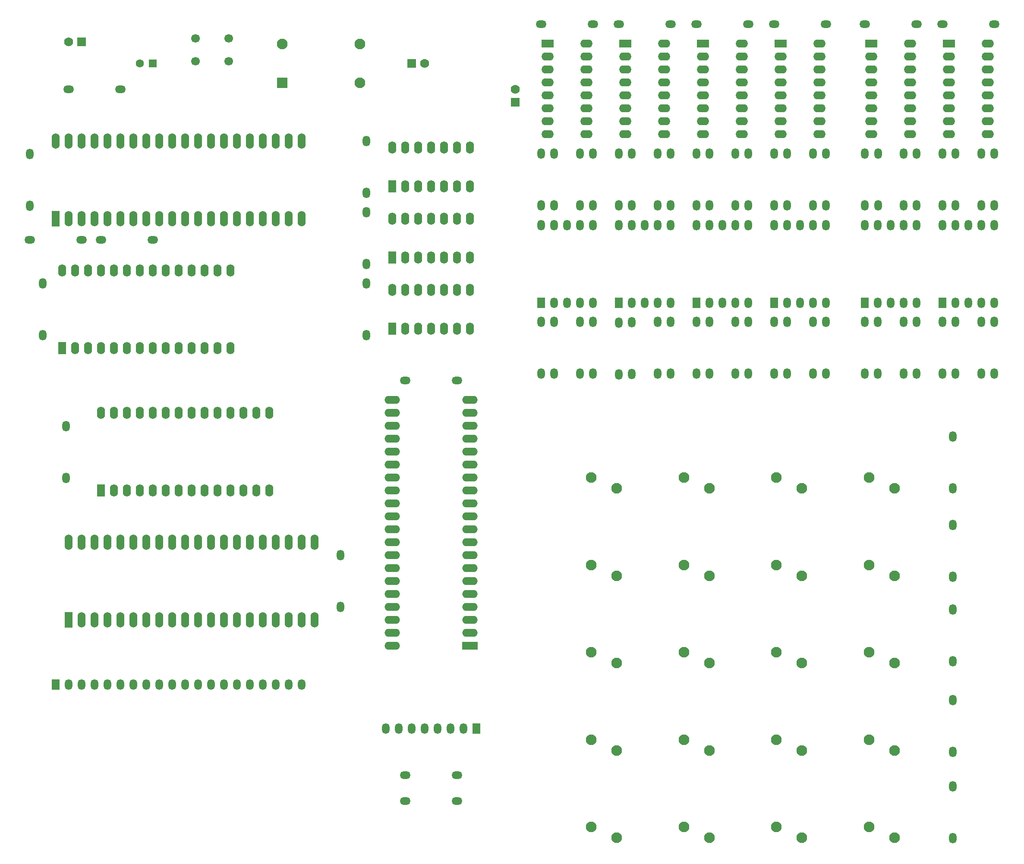
<source format=gts>
%TF.GenerationSoftware,KiCad,Pcbnew,7.0.5*%
%TF.CreationDate,2023-06-19T18:29:10+12:00*%
%TF.ProjectId,Alius_6502,416c6975-735f-4363-9530-322e6b696361,rev?*%
%TF.SameCoordinates,Original*%
%TF.FileFunction,Soldermask,Top*%
%TF.FilePolarity,Negative*%
%FSLAX46Y46*%
G04 Gerber Fmt 4.6, Leading zero omitted, Abs format (unit mm)*
G04 Created by KiCad (PCBNEW 7.0.5) date 2023-06-19 18:29:10*
%MOMM*%
%LPD*%
G01*
G04 APERTURE LIST*
%ADD10O,1.500000X2.100000*%
%ADD11R,1.600000X1.600000*%
%ADD12C,1.600000*%
%ADD13R,2.400000X1.600000*%
%ADD14O,2.400000X1.600000*%
%ADD15C,2.100000*%
%ADD16R,1.600000X2.400000*%
%ADD17O,1.600000X2.400000*%
%ADD18O,2.100000X1.500000*%
%ADD19R,1.778000X1.778000*%
%ADD20C,1.778000*%
%ADD21R,1.500000X2.100000*%
%ADD22R,1.524000X3.048000*%
%ADD23O,1.524000X3.048000*%
%ADD24R,2.100000X2.100000*%
%ADD25C,1.700000*%
%ADD26R,3.048000X1.524000*%
%ADD27O,3.048000X1.524000*%
G04 APERTURE END LIST*
D10*
%TO.C,C8*%
X30480000Y-76200000D03*
X30480000Y-86360000D03*
%TD*%
%TO.C,R44*%
X214630000Y-50685000D03*
X214630000Y-60845000D03*
%TD*%
%TO.C,R41*%
X194390000Y-50685000D03*
X194390000Y-60845000D03*
%TD*%
%TO.C,R14*%
X151130000Y-93865000D03*
X151130000Y-83705000D03*
%TD*%
%TO.C,R31*%
X176530000Y-93865000D03*
X176530000Y-83705000D03*
%TD*%
%TO.C,R27*%
X168910000Y-93865000D03*
X168910000Y-83705000D03*
%TD*%
D11*
%TO.C,C1*%
X52070000Y-33020000D03*
D12*
X49570000Y-33020000D03*
%TD*%
D13*
%TO.C,U14*%
X208280000Y-29095000D03*
D14*
X208280000Y-31635000D03*
X208280000Y-34175000D03*
X208280000Y-36715000D03*
X208280000Y-39255000D03*
X208280000Y-41795000D03*
X208280000Y-44335000D03*
X208280000Y-46875000D03*
X215900000Y-46875000D03*
X215900000Y-44335000D03*
X215900000Y-41795000D03*
X215900000Y-39255000D03*
X215900000Y-36715000D03*
X215900000Y-34175000D03*
X215900000Y-31635000D03*
X215900000Y-29095000D03*
%TD*%
D10*
%TO.C,R39*%
X194310000Y-93865000D03*
X194310000Y-83705000D03*
%TD*%
D15*
%TO.C,SW_C1*%
X143129000Y-116390000D03*
X138129000Y-114290000D03*
%TD*%
D16*
%TO.C,74HC02*%
X99055000Y-57140000D03*
D17*
X101595000Y-57140000D03*
X104135000Y-57140000D03*
X106675000Y-57140000D03*
X109215000Y-57140000D03*
X111755000Y-57140000D03*
X114295000Y-57140000D03*
X114295000Y-49520000D03*
X111755000Y-49520000D03*
X109215000Y-49520000D03*
X106675000Y-49520000D03*
X104135000Y-49520000D03*
X101595000Y-49520000D03*
X99055000Y-49520000D03*
%TD*%
D10*
%TO.C,R54*%
X209029000Y-140190000D03*
X209029000Y-150350000D03*
%TD*%
D15*
%TO.C,SW_4*%
X143129000Y-150680000D03*
X138129000Y-148580000D03*
%TD*%
D10*
%TO.C,R4*%
X135890000Y-50685000D03*
X135890000Y-60845000D03*
%TD*%
%TO.C,R34*%
X173990000Y-50685000D03*
X173990000Y-60845000D03*
%TD*%
%TO.C,R46*%
X214630000Y-93865000D03*
X214630000Y-83705000D03*
%TD*%
%TO.C,R28*%
X181610000Y-50685000D03*
X181610000Y-60845000D03*
%TD*%
D13*
%TO.C,U13*%
X193040000Y-29095000D03*
D14*
X193040000Y-31635000D03*
X193040000Y-34175000D03*
X193040000Y-36715000D03*
X193040000Y-39255000D03*
X193040000Y-41795000D03*
X193040000Y-44335000D03*
X193040000Y-46875000D03*
X200660000Y-46875000D03*
X200660000Y-44335000D03*
X200660000Y-41795000D03*
X200660000Y-39255000D03*
X200660000Y-36715000D03*
X200660000Y-34175000D03*
X200660000Y-31635000D03*
X200660000Y-29095000D03*
%TD*%
D10*
%TO.C,R19*%
X153670000Y-93865000D03*
X153670000Y-83705000D03*
%TD*%
D15*
%TO.C,SW_A1*%
X179451000Y-133535000D03*
X174451000Y-131435000D03*
%TD*%
D10*
%TO.C,R7*%
X130810000Y-93865000D03*
X130810000Y-83705000D03*
%TD*%
D18*
%TO.C,R2*%
X52070000Y-67644900D03*
X41910000Y-67644900D03*
%TD*%
D10*
%TO.C,R23*%
X161290000Y-93865000D03*
X161290000Y-83705000D03*
%TD*%
%TO.C,R9*%
X130810000Y-50685000D03*
X130810000Y-60845000D03*
%TD*%
D18*
%TO.C,C12*%
X168910000Y-25285000D03*
X158750000Y-25285000D03*
%TD*%
D10*
%TO.C,R49*%
X209550000Y-50685000D03*
X209550000Y-60845000D03*
%TD*%
%TO.C,R33*%
X176530000Y-50685000D03*
X176530000Y-60845000D03*
%TD*%
%TO.C,R26*%
X158750000Y-50685000D03*
X158750000Y-60845000D03*
%TD*%
D18*
%TO.C,R57*%
X111760000Y-177800000D03*
X101600000Y-177800000D03*
%TD*%
D10*
%TO.C,R11*%
X138430000Y-93865000D03*
X138430000Y-83705000D03*
%TD*%
D19*
%TO.C,J3*%
X38081200Y-28774500D03*
D20*
X35541200Y-28774500D03*
%TD*%
D10*
%TO.C,C9*%
X27940000Y-50800000D03*
X27940000Y-60960000D03*
%TD*%
D18*
%TO.C,C15*%
X217170000Y-25285000D03*
X207010000Y-25285000D03*
%TD*%
D10*
%TO.C,R35*%
X184150000Y-93865000D03*
X184150000Y-83705000D03*
%TD*%
D19*
%TO.C,J5*%
X123190000Y-40640000D03*
D20*
X123190000Y-38100000D03*
%TD*%
D16*
%TO.C,74HC21*%
X99055000Y-85080000D03*
D17*
X101595000Y-85080000D03*
X104135000Y-85080000D03*
X106675000Y-85080000D03*
X109215000Y-85080000D03*
X111755000Y-85080000D03*
X114295000Y-85080000D03*
X114295000Y-77460000D03*
X111755000Y-77460000D03*
X109215000Y-77460000D03*
X106675000Y-77460000D03*
X104135000Y-77460000D03*
X101595000Y-77460000D03*
X99055000Y-77460000D03*
%TD*%
D15*
%TO.C,SW_E1*%
X179451000Y-116390000D03*
X174451000Y-114290000D03*
%TD*%
D10*
%TO.C,R51*%
X217170000Y-93865000D03*
X217170000Y-83705000D03*
%TD*%
%TO.C,R52*%
X209029000Y-116365000D03*
X209029000Y-106205000D03*
%TD*%
%TO.C,R25*%
X161290000Y-50685000D03*
X161290000Y-60845000D03*
%TD*%
%TO.C,R17*%
X146050000Y-50685000D03*
X146050000Y-60845000D03*
%TD*%
%TO.C,R5*%
X138430000Y-50685000D03*
X138430000Y-60845000D03*
%TD*%
D18*
%TO.C,R58*%
X101600000Y-172720000D03*
X111760000Y-172720000D03*
%TD*%
D10*
%TO.C,R20*%
X166370000Y-50685000D03*
X166370000Y-60845000D03*
%TD*%
D19*
%TO.C,J1*%
X102870000Y-33020000D03*
D20*
X105410000Y-33020000D03*
%TD*%
D18*
%TO.C,C13*%
X184150000Y-25285000D03*
X173990000Y-25285000D03*
%TD*%
D16*
%TO.C,28C256*%
X41910000Y-116840000D03*
D17*
X44450000Y-116840000D03*
X46990000Y-116840000D03*
X49530000Y-116840000D03*
X52070000Y-116840000D03*
X54610000Y-116840000D03*
X57150000Y-116840000D03*
X59690000Y-116840000D03*
X62230000Y-116840000D03*
X64770000Y-116840000D03*
X67310000Y-116840000D03*
X69850000Y-116840000D03*
X72390000Y-116840000D03*
X74930000Y-116840000D03*
X74930000Y-101600000D03*
X72390000Y-101600000D03*
X69850000Y-101600000D03*
X67310000Y-101600000D03*
X64770000Y-101600000D03*
X62230000Y-101600000D03*
X59690000Y-101600000D03*
X57150000Y-101600000D03*
X54610000Y-101600000D03*
X52070000Y-101600000D03*
X49530000Y-101600000D03*
X46990000Y-101600000D03*
X44450000Y-101600000D03*
X41910000Y-101600000D03*
%TD*%
D15*
%TO.C,SW_ENT1*%
X197612000Y-184970000D03*
X192612000Y-182870000D03*
%TD*%
D21*
%TO.C,J4*%
X115611141Y-163510000D03*
D10*
X113071141Y-163510000D03*
X110531141Y-163510000D03*
X107991141Y-163510000D03*
X105451141Y-163510000D03*
X102911141Y-163510000D03*
X100371141Y-163510000D03*
X97831141Y-163510000D03*
%TD*%
%TO.C,R12*%
X151130000Y-50685000D03*
X151130000Y-60845000D03*
%TD*%
D13*
%TO.C,U9*%
X129540000Y-29095000D03*
D14*
X129540000Y-31635000D03*
X129540000Y-34175000D03*
X129540000Y-36715000D03*
X129540000Y-39255000D03*
X129540000Y-41795000D03*
X129540000Y-44335000D03*
X129540000Y-46875000D03*
X137160000Y-46875000D03*
X137160000Y-44335000D03*
X137160000Y-41795000D03*
X137160000Y-39255000D03*
X137160000Y-36715000D03*
X137160000Y-34175000D03*
X137160000Y-31635000D03*
X137160000Y-29095000D03*
%TD*%
D10*
%TO.C,R48*%
X207010000Y-93865000D03*
X207010000Y-83705000D03*
%TD*%
%TO.C,C6*%
X93975000Y-48250000D03*
X93975000Y-58410000D03*
%TD*%
%TO.C,R36*%
X199390000Y-50685000D03*
X199390000Y-60845000D03*
%TD*%
%TO.C,R18*%
X143510000Y-50685000D03*
X143510000Y-60845000D03*
%TD*%
%TO.C,R47*%
X209550000Y-93865000D03*
X209550000Y-83705000D03*
%TD*%
%TO.C,R50*%
X207010000Y-50685000D03*
X207010000Y-60845000D03*
%TD*%
D21*
%TO.C,LED3*%
X158750000Y-80010000D03*
D10*
X161290000Y-80010000D03*
X163830000Y-80010000D03*
X166370000Y-80010000D03*
X168910000Y-80010000D03*
X168910000Y-64770000D03*
X166370000Y-64770000D03*
X163830000Y-64770000D03*
X161290000Y-64770000D03*
X158750000Y-64770000D03*
%TD*%
%TO.C,R16*%
X143510000Y-94035000D03*
X143510000Y-83875000D03*
%TD*%
D13*
%TO.C,U10*%
X144780000Y-29095000D03*
D14*
X144780000Y-31635000D03*
X144780000Y-34175000D03*
X144780000Y-36715000D03*
X144780000Y-39255000D03*
X144780000Y-41795000D03*
X144780000Y-44335000D03*
X144780000Y-46875000D03*
X152400000Y-46875000D03*
X152400000Y-44335000D03*
X152400000Y-41795000D03*
X152400000Y-39255000D03*
X152400000Y-36715000D03*
X152400000Y-34175000D03*
X152400000Y-31635000D03*
X152400000Y-29095000D03*
%TD*%
D13*
%TO.C,U11*%
X160020000Y-29095000D03*
D14*
X160020000Y-31635000D03*
X160020000Y-34175000D03*
X160020000Y-36715000D03*
X160020000Y-39255000D03*
X160020000Y-41795000D03*
X160020000Y-44335000D03*
X160020000Y-46875000D03*
X167640000Y-46875000D03*
X167640000Y-44335000D03*
X167640000Y-41795000D03*
X167640000Y-39255000D03*
X167640000Y-36715000D03*
X167640000Y-34175000D03*
X167640000Y-31635000D03*
X167640000Y-29095000D03*
%TD*%
D16*
%TO.C,U6*%
X34290000Y-88900000D03*
D17*
X36830000Y-88900000D03*
X39370000Y-88900000D03*
X41910000Y-88900000D03*
X44450000Y-88900000D03*
X46990000Y-88900000D03*
X49530000Y-88900000D03*
X52070000Y-88900000D03*
X54610000Y-88900000D03*
X57150000Y-88900000D03*
X59690000Y-88900000D03*
X62230000Y-88900000D03*
X64770000Y-88900000D03*
X67310000Y-88900000D03*
X67310000Y-73660000D03*
X64770000Y-73660000D03*
X62230000Y-73660000D03*
X59690000Y-73660000D03*
X57150000Y-73660000D03*
X54610000Y-73660000D03*
X52070000Y-73660000D03*
X49530000Y-73660000D03*
X46990000Y-73660000D03*
X44450000Y-73660000D03*
X41910000Y-73660000D03*
X39370000Y-73660000D03*
X36830000Y-73660000D03*
X34290000Y-73660000D03*
%TD*%
D15*
%TO.C,SW_6*%
X179451000Y-150680000D03*
X174451000Y-148580000D03*
%TD*%
D10*
%TO.C,R21*%
X168910000Y-50685000D03*
X168910000Y-60845000D03*
%TD*%
D16*
%TO.C,74HC00*%
X99055000Y-71110000D03*
D17*
X101595000Y-71110000D03*
X104135000Y-71110000D03*
X106675000Y-71110000D03*
X109215000Y-71110000D03*
X111755000Y-71110000D03*
X114295000Y-71110000D03*
X114295000Y-63490000D03*
X111755000Y-63490000D03*
X109215000Y-63490000D03*
X106675000Y-63490000D03*
X104135000Y-63490000D03*
X101595000Y-63490000D03*
X99055000Y-63490000D03*
%TD*%
D10*
%TO.C,R22*%
X166370000Y-93865000D03*
X166370000Y-83705000D03*
%TD*%
D22*
%TO.C,U7*%
X35560000Y-142240000D03*
D23*
X38100000Y-142240000D03*
X40640000Y-142240000D03*
X43180000Y-142240000D03*
X45720000Y-142240000D03*
X48260000Y-142240000D03*
X50800000Y-142240000D03*
X53340000Y-142240000D03*
X55880000Y-142240000D03*
X58420000Y-142240000D03*
X60960000Y-142240000D03*
X63500000Y-142240000D03*
X66040000Y-142240000D03*
X68580000Y-142240000D03*
X71120000Y-142240000D03*
X73660000Y-142240000D03*
X76200000Y-142240000D03*
X78740000Y-142240000D03*
X81280000Y-142240000D03*
X83820000Y-142240000D03*
X83820000Y-127000000D03*
X81280000Y-127000000D03*
X78740000Y-127000000D03*
X76200000Y-127000000D03*
X73660000Y-127000000D03*
X71120000Y-127000000D03*
X68580000Y-127000000D03*
X66040000Y-127000000D03*
X63500000Y-127000000D03*
X60960000Y-127000000D03*
X58420000Y-127000000D03*
X55880000Y-127000000D03*
X53340000Y-127000000D03*
X50800000Y-127000000D03*
X48260000Y-127000000D03*
X45720000Y-127000000D03*
X43180000Y-127000000D03*
X40640000Y-127000000D03*
X38100000Y-127000000D03*
X35560000Y-127000000D03*
%TD*%
D18*
%TO.C,C5*%
X111760000Y-95250000D03*
X101600000Y-95250000D03*
%TD*%
D10*
%TO.C,R13*%
X153670000Y-50685000D03*
X153670000Y-60845000D03*
%TD*%
D15*
%TO.C,SW_2*%
X179451000Y-167825000D03*
X174451000Y-165725000D03*
%TD*%
D10*
%TO.C,R43*%
X201930000Y-93865000D03*
X201930000Y-83705000D03*
%TD*%
D15*
%TO.C,SW_8*%
X143129000Y-133535000D03*
X138129000Y-131435000D03*
%TD*%
%TO.C,SW_5*%
X161290000Y-150680000D03*
X156290000Y-148580000D03*
%TD*%
D18*
%TO.C,R3*%
X35560000Y-38100000D03*
X45720000Y-38100000D03*
%TD*%
%TO.C,C14*%
X201930000Y-25285000D03*
X191770000Y-25285000D03*
%TD*%
%TO.C,C11*%
X153670000Y-25285000D03*
X143510000Y-25285000D03*
%TD*%
D21*
%TO.C,LED6*%
X207010000Y-80010000D03*
D10*
X209550000Y-80010000D03*
X212090000Y-80010000D03*
X214630000Y-80010000D03*
X217170000Y-80010000D03*
X217170000Y-64770000D03*
X214630000Y-64770000D03*
X212090000Y-64770000D03*
X209550000Y-64770000D03*
X207010000Y-64770000D03*
%TD*%
%TO.C,R53*%
X209029000Y-123545000D03*
X209029000Y-133705000D03*
%TD*%
%TO.C,R40*%
X191770000Y-93865000D03*
X191770000Y-83705000D03*
%TD*%
%TO.C,R29*%
X184150000Y-50685000D03*
X184150000Y-60845000D03*
%TD*%
D13*
%TO.C,U12*%
X175260000Y-29095000D03*
D14*
X175260000Y-31635000D03*
X175260000Y-34175000D03*
X175260000Y-36715000D03*
X175260000Y-39255000D03*
X175260000Y-41795000D03*
X175260000Y-44335000D03*
X175260000Y-46875000D03*
X182880000Y-46875000D03*
X182880000Y-44335000D03*
X182880000Y-41795000D03*
X182880000Y-39255000D03*
X182880000Y-36715000D03*
X182880000Y-34175000D03*
X182880000Y-31635000D03*
X182880000Y-29095000D03*
%TD*%
D15*
%TO.C,SW_1*%
X161290000Y-167825000D03*
X156290000Y-165725000D03*
%TD*%
%TO.C,SW_W1*%
X161290000Y-184970000D03*
X156290000Y-182870000D03*
%TD*%
D24*
%TO.C,X1*%
X77470000Y-36830000D03*
D15*
X92710000Y-36830000D03*
X92710000Y-29210000D03*
X77470000Y-29210000D03*
%TD*%
D10*
%TO.C,R6*%
X135890000Y-93865000D03*
X135890000Y-83705000D03*
%TD*%
D25*
%TO.C,SW1*%
X60454120Y-28073406D03*
X66954120Y-28073406D03*
X60454120Y-32573406D03*
X66954120Y-32573406D03*
%TD*%
D15*
%TO.C,SW_9*%
X161290000Y-133535000D03*
X156290000Y-131435000D03*
%TD*%
D10*
%TO.C,R8*%
X128270000Y-93865000D03*
X128270000Y-83705000D03*
%TD*%
%TO.C,R45*%
X217170000Y-50685000D03*
X217170000Y-60845000D03*
%TD*%
%TO.C,R15*%
X146050000Y-93950000D03*
X146050000Y-83790000D03*
%TD*%
D15*
%TO.C,SW_R1*%
X143129000Y-184970000D03*
X138129000Y-182870000D03*
%TD*%
D18*
%TO.C,R1*%
X27940000Y-67642200D03*
X38100000Y-67642200D03*
%TD*%
D15*
%TO.C,SW_F1*%
X197612000Y-116390000D03*
X192612000Y-114290000D03*
%TD*%
D10*
%TO.C,R32*%
X173990000Y-93865000D03*
X173990000Y-83705000D03*
%TD*%
%TO.C,R56*%
X209029000Y-174870000D03*
X209029000Y-185030000D03*
%TD*%
%TO.C,C7*%
X93980000Y-76200000D03*
X93980000Y-86360000D03*
%TD*%
%TO.C,C2*%
X35023200Y-104155000D03*
X35023200Y-114315000D03*
%TD*%
D21*
%TO.C,LED5*%
X191770000Y-80010000D03*
D10*
X194310000Y-80010000D03*
X196850000Y-80010000D03*
X199390000Y-80010000D03*
X201930000Y-80010000D03*
X201930000Y-64770000D03*
X199390000Y-64770000D03*
X196850000Y-64770000D03*
X194310000Y-64770000D03*
X191770000Y-64770000D03*
%TD*%
%TO.C,C3*%
X88900000Y-139700000D03*
X88900000Y-129540000D03*
%TD*%
%TO.C,R24*%
X158750000Y-93865000D03*
X158750000Y-83705000D03*
%TD*%
%TO.C,C4*%
X93980000Y-62230000D03*
X93980000Y-72390000D03*
%TD*%
%TO.C,R10*%
X128270000Y-50685000D03*
X128270000Y-60845000D03*
%TD*%
D15*
%TO.C,SW_7*%
X197612000Y-150680000D03*
X192612000Y-148580000D03*
%TD*%
D10*
%TO.C,R37*%
X201930000Y-50685000D03*
X201930000Y-60845000D03*
%TD*%
%TO.C,R42*%
X191770000Y-50685000D03*
X191770000Y-60845000D03*
%TD*%
%TO.C,R30*%
X181610000Y-93865000D03*
X181610000Y-83705000D03*
%TD*%
D21*
%TO.C,J2*%
X33020000Y-154940000D03*
D10*
X35560000Y-154940000D03*
X38100000Y-154940000D03*
X40640000Y-154940000D03*
X43180000Y-154940000D03*
X45720000Y-154940000D03*
X48260000Y-154940000D03*
X50800000Y-154940000D03*
X53340000Y-154940000D03*
X55880000Y-154940000D03*
X58420000Y-154940000D03*
X60960000Y-154940000D03*
X63500000Y-154940000D03*
X66040000Y-154940000D03*
X68580000Y-154940000D03*
X71120000Y-154940000D03*
X73660000Y-154940000D03*
X76200000Y-154940000D03*
X78740000Y-154940000D03*
X81280000Y-154940000D03*
%TD*%
D15*
%TO.C,SW_B1*%
X197612000Y-133535000D03*
X192612000Y-131435000D03*
%TD*%
D21*
%TO.C,LED2*%
X143510000Y-80010000D03*
D10*
X146050000Y-80010000D03*
X148590000Y-80010000D03*
X151130000Y-80010000D03*
X153670000Y-80010000D03*
X153670000Y-64770000D03*
X151130000Y-64770000D03*
X148590000Y-64770000D03*
X146050000Y-64770000D03*
X143510000Y-64770000D03*
%TD*%
D22*
%TO.C,WDC65C02*%
X33020000Y-63500000D03*
D23*
X35560000Y-63500000D03*
X38100000Y-63500000D03*
X40640000Y-63500000D03*
X43180000Y-63500000D03*
X45720000Y-63500000D03*
X48260000Y-63500000D03*
X50800000Y-63500000D03*
X53340000Y-63500000D03*
X55880000Y-63500000D03*
X58420000Y-63500000D03*
X60960000Y-63500000D03*
X63500000Y-63500000D03*
X66040000Y-63500000D03*
X68580000Y-63500000D03*
X71120000Y-63500000D03*
X73660000Y-63500000D03*
X76200000Y-63500000D03*
X78740000Y-63500000D03*
X81280000Y-63500000D03*
X81280000Y-48260000D03*
X78740000Y-48260000D03*
X76200000Y-48260000D03*
X73660000Y-48260000D03*
X71120000Y-48260000D03*
X68580000Y-48260000D03*
X66040000Y-48260000D03*
X63500000Y-48260000D03*
X60960000Y-48260000D03*
X58420000Y-48260000D03*
X55880000Y-48260000D03*
X53340000Y-48260000D03*
X50800000Y-48260000D03*
X48260000Y-48260000D03*
X45720000Y-48260000D03*
X43180000Y-48260000D03*
X40640000Y-48260000D03*
X38100000Y-48260000D03*
X35560000Y-48260000D03*
X33020000Y-48260000D03*
%TD*%
D26*
%TO.C,U8*%
X114300000Y-147320000D03*
D27*
X114300000Y-144780000D03*
X114300000Y-142240000D03*
X114300000Y-139700000D03*
X114300000Y-137160000D03*
X114300000Y-134620000D03*
X114300000Y-132080000D03*
X114300000Y-129540000D03*
X114300000Y-127000000D03*
X114300000Y-124460000D03*
X114300000Y-121920000D03*
X114300000Y-119380000D03*
X114300000Y-116840000D03*
X114300000Y-114300000D03*
X114300000Y-111760000D03*
X114300000Y-109220000D03*
X114300000Y-106680000D03*
X114300000Y-104140000D03*
X114300000Y-101600000D03*
X114300000Y-99060000D03*
X99060000Y-99060000D03*
X99060000Y-101600000D03*
X99060000Y-104140000D03*
X99060000Y-106680000D03*
X99060000Y-109220000D03*
X99060000Y-111760000D03*
X99060000Y-114300000D03*
X99060000Y-116840000D03*
X99060000Y-119380000D03*
X99060000Y-121920000D03*
X99060000Y-124460000D03*
X99060000Y-127000000D03*
X99060000Y-129540000D03*
X99060000Y-132080000D03*
X99060000Y-134620000D03*
X99060000Y-137160000D03*
X99060000Y-139700000D03*
X99060000Y-142240000D03*
X99060000Y-144780000D03*
X99060000Y-147320000D03*
%TD*%
D15*
%TO.C,SW_3*%
X197612000Y-167825000D03*
X192612000Y-165725000D03*
%TD*%
%TO.C,SW_0*%
X143129000Y-167825000D03*
X138129000Y-165725000D03*
%TD*%
D10*
%TO.C,R55*%
X209029000Y-157970000D03*
X209029000Y-168130000D03*
%TD*%
D21*
%TO.C,LED1*%
X128270000Y-80010000D03*
D10*
X130810000Y-80010000D03*
X133350000Y-80010000D03*
X135890000Y-80010000D03*
X138430000Y-80010000D03*
X138430000Y-64770000D03*
X135890000Y-64770000D03*
X133350000Y-64770000D03*
X130810000Y-64770000D03*
X128270000Y-64770000D03*
%TD*%
D21*
%TO.C,LED4*%
X173990000Y-80010000D03*
D10*
X176530000Y-80010000D03*
X179070000Y-80010000D03*
X181610000Y-80010000D03*
X184150000Y-80010000D03*
X184150000Y-64770000D03*
X181610000Y-64770000D03*
X179070000Y-64770000D03*
X176530000Y-64770000D03*
X173990000Y-64770000D03*
%TD*%
%TO.C,R38*%
X199390000Y-93865000D03*
X199390000Y-83705000D03*
%TD*%
D18*
%TO.C,C10*%
X138430000Y-25285000D03*
X128270000Y-25285000D03*
%TD*%
D15*
%TO.C,SW_X1*%
X179451000Y-184970000D03*
X174451000Y-182870000D03*
%TD*%
%TO.C,SW_D1*%
X161290000Y-116390000D03*
X156290000Y-114290000D03*
%TD*%
M02*

</source>
